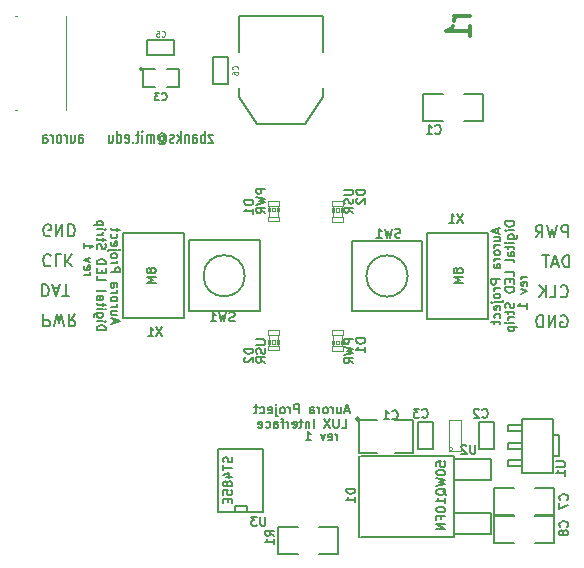
<source format=gbo>
G04 (created by PCBNEW (2013-jul-07)-stable) date Thu 09 Jan 2014 05:47:14 AM EST*
%MOIN*%
G04 Gerber Fmt 3.4, Leading zero omitted, Abs format*
%FSLAX34Y34*%
G01*
G70*
G90*
G04 APERTURE LIST*
%ADD10C,0.00590551*%
%ADD11C,0.00511811*%
%ADD12C,0.00787402*%
%ADD13C,0.0075*%
%ADD14C,0.012*%
%ADD15C,0.005*%
%ADD16C,0.0031*%
%ADD17C,0.0026*%
%ADD18C,0.004*%
%ADD19C,0.0039*%
%ADD20C,0.008*%
%ADD21C,0.0045*%
G04 APERTURE END LIST*
G54D10*
G54D11*
X69042Y-59382D02*
X69042Y-59182D01*
X69042Y-59239D02*
X69028Y-59210D01*
X69014Y-59196D01*
X68985Y-59182D01*
X68956Y-59182D01*
X68742Y-59367D02*
X68771Y-59382D01*
X68828Y-59382D01*
X68856Y-59367D01*
X68871Y-59339D01*
X68871Y-59224D01*
X68856Y-59196D01*
X68828Y-59182D01*
X68771Y-59182D01*
X68742Y-59196D01*
X68728Y-59224D01*
X68728Y-59253D01*
X68871Y-59282D01*
X68628Y-59182D02*
X68556Y-59382D01*
X68485Y-59182D01*
X67985Y-59382D02*
X68156Y-59382D01*
X68071Y-59382D02*
X68071Y-59082D01*
X68099Y-59124D01*
X68128Y-59153D01*
X68156Y-59167D01*
X69442Y-58396D02*
X69299Y-58396D01*
X69471Y-58482D02*
X69371Y-58182D01*
X69271Y-58482D01*
X69042Y-58282D02*
X69042Y-58482D01*
X69171Y-58282D02*
X69171Y-58439D01*
X69156Y-58467D01*
X69128Y-58482D01*
X69085Y-58482D01*
X69056Y-58467D01*
X69042Y-58453D01*
X68899Y-58482D02*
X68899Y-58282D01*
X68899Y-58339D02*
X68885Y-58310D01*
X68871Y-58296D01*
X68842Y-58282D01*
X68814Y-58282D01*
X68671Y-58482D02*
X68699Y-58467D01*
X68714Y-58453D01*
X68728Y-58424D01*
X68728Y-58339D01*
X68714Y-58310D01*
X68699Y-58296D01*
X68671Y-58282D01*
X68628Y-58282D01*
X68599Y-58296D01*
X68585Y-58310D01*
X68571Y-58339D01*
X68571Y-58424D01*
X68585Y-58453D01*
X68599Y-58467D01*
X68628Y-58482D01*
X68671Y-58482D01*
X68442Y-58482D02*
X68442Y-58282D01*
X68442Y-58339D02*
X68428Y-58310D01*
X68414Y-58296D01*
X68385Y-58282D01*
X68356Y-58282D01*
X68128Y-58482D02*
X68128Y-58324D01*
X68142Y-58296D01*
X68171Y-58282D01*
X68228Y-58282D01*
X68256Y-58296D01*
X68128Y-58467D02*
X68156Y-58482D01*
X68228Y-58482D01*
X68256Y-58467D01*
X68271Y-58439D01*
X68271Y-58410D01*
X68256Y-58382D01*
X68228Y-58367D01*
X68156Y-58367D01*
X68128Y-58353D01*
X67756Y-58482D02*
X67756Y-58182D01*
X67642Y-58182D01*
X67614Y-58196D01*
X67599Y-58210D01*
X67585Y-58239D01*
X67585Y-58282D01*
X67599Y-58310D01*
X67614Y-58324D01*
X67642Y-58339D01*
X67756Y-58339D01*
X67456Y-58482D02*
X67456Y-58282D01*
X67456Y-58339D02*
X67442Y-58310D01*
X67428Y-58296D01*
X67399Y-58282D01*
X67371Y-58282D01*
X67228Y-58482D02*
X67256Y-58467D01*
X67271Y-58453D01*
X67285Y-58424D01*
X67285Y-58339D01*
X67271Y-58310D01*
X67256Y-58296D01*
X67228Y-58282D01*
X67185Y-58282D01*
X67156Y-58296D01*
X67142Y-58310D01*
X67128Y-58339D01*
X67128Y-58424D01*
X67142Y-58453D01*
X67156Y-58467D01*
X67185Y-58482D01*
X67228Y-58482D01*
X66999Y-58282D02*
X66999Y-58539D01*
X67014Y-58567D01*
X67042Y-58582D01*
X67056Y-58582D01*
X66999Y-58182D02*
X67014Y-58196D01*
X66999Y-58210D01*
X66985Y-58196D01*
X66999Y-58182D01*
X66999Y-58210D01*
X66742Y-58467D02*
X66771Y-58482D01*
X66828Y-58482D01*
X66856Y-58467D01*
X66871Y-58439D01*
X66871Y-58324D01*
X66856Y-58296D01*
X66828Y-58282D01*
X66771Y-58282D01*
X66742Y-58296D01*
X66728Y-58324D01*
X66728Y-58353D01*
X66871Y-58382D01*
X66471Y-58467D02*
X66499Y-58482D01*
X66556Y-58482D01*
X66585Y-58467D01*
X66599Y-58453D01*
X66614Y-58424D01*
X66614Y-58339D01*
X66599Y-58310D01*
X66585Y-58296D01*
X66556Y-58282D01*
X66499Y-58282D01*
X66471Y-58296D01*
X66385Y-58282D02*
X66271Y-58282D01*
X66342Y-58182D02*
X66342Y-58439D01*
X66328Y-58467D01*
X66299Y-58482D01*
X66271Y-58482D01*
X69185Y-58953D02*
X69328Y-58953D01*
X69328Y-58653D01*
X69085Y-58653D02*
X69085Y-58896D01*
X69071Y-58924D01*
X69056Y-58938D01*
X69028Y-58953D01*
X68971Y-58953D01*
X68942Y-58938D01*
X68928Y-58924D01*
X68914Y-58896D01*
X68914Y-58653D01*
X68799Y-58653D02*
X68599Y-58953D01*
X68599Y-58653D02*
X68799Y-58953D01*
X68256Y-58953D02*
X68256Y-58653D01*
X68114Y-58753D02*
X68114Y-58953D01*
X68114Y-58781D02*
X68099Y-58767D01*
X68071Y-58753D01*
X68028Y-58753D01*
X67999Y-58767D01*
X67985Y-58796D01*
X67985Y-58953D01*
X67885Y-58753D02*
X67771Y-58753D01*
X67842Y-58653D02*
X67842Y-58910D01*
X67828Y-58938D01*
X67799Y-58953D01*
X67771Y-58953D01*
X67556Y-58938D02*
X67585Y-58953D01*
X67642Y-58953D01*
X67671Y-58938D01*
X67685Y-58910D01*
X67685Y-58796D01*
X67671Y-58767D01*
X67642Y-58753D01*
X67585Y-58753D01*
X67556Y-58767D01*
X67542Y-58796D01*
X67542Y-58824D01*
X67685Y-58853D01*
X67414Y-58953D02*
X67414Y-58753D01*
X67414Y-58810D02*
X67399Y-58781D01*
X67385Y-58767D01*
X67356Y-58753D01*
X67328Y-58753D01*
X67271Y-58753D02*
X67156Y-58753D01*
X67228Y-58953D02*
X67228Y-58696D01*
X67214Y-58667D01*
X67185Y-58653D01*
X67156Y-58653D01*
X66928Y-58953D02*
X66928Y-58796D01*
X66942Y-58767D01*
X66971Y-58753D01*
X67028Y-58753D01*
X67056Y-58767D01*
X66928Y-58938D02*
X66956Y-58953D01*
X67028Y-58953D01*
X67056Y-58938D01*
X67071Y-58910D01*
X67071Y-58881D01*
X67056Y-58853D01*
X67028Y-58838D01*
X66956Y-58838D01*
X66928Y-58824D01*
X66656Y-58938D02*
X66685Y-58953D01*
X66742Y-58953D01*
X66771Y-58938D01*
X66785Y-58924D01*
X66799Y-58896D01*
X66799Y-58810D01*
X66785Y-58781D01*
X66771Y-58767D01*
X66742Y-58753D01*
X66685Y-58753D01*
X66656Y-58767D01*
X66414Y-58938D02*
X66442Y-58953D01*
X66499Y-58953D01*
X66528Y-58938D01*
X66542Y-58910D01*
X66542Y-58796D01*
X66528Y-58767D01*
X66499Y-58753D01*
X66442Y-58753D01*
X66414Y-58767D01*
X66399Y-58796D01*
X66399Y-58824D01*
X66542Y-58853D01*
X75371Y-53931D02*
X75171Y-53931D01*
X75228Y-53931D02*
X75200Y-53946D01*
X75185Y-53960D01*
X75171Y-53988D01*
X75171Y-54017D01*
X75357Y-54231D02*
X75371Y-54203D01*
X75371Y-54146D01*
X75357Y-54117D01*
X75328Y-54103D01*
X75214Y-54103D01*
X75185Y-54117D01*
X75171Y-54146D01*
X75171Y-54203D01*
X75185Y-54231D01*
X75214Y-54246D01*
X75242Y-54246D01*
X75271Y-54103D01*
X75171Y-54346D02*
X75371Y-54417D01*
X75171Y-54488D01*
X75371Y-54988D02*
X75371Y-54817D01*
X75371Y-54903D02*
X75071Y-54903D01*
X75114Y-54874D01*
X75142Y-54846D01*
X75157Y-54817D01*
X74385Y-52331D02*
X74385Y-52474D01*
X74471Y-52303D02*
X74171Y-52403D01*
X74471Y-52503D01*
X74271Y-52731D02*
X74471Y-52731D01*
X74271Y-52603D02*
X74428Y-52603D01*
X74457Y-52617D01*
X74471Y-52646D01*
X74471Y-52688D01*
X74457Y-52717D01*
X74442Y-52731D01*
X74471Y-52874D02*
X74271Y-52874D01*
X74328Y-52874D02*
X74300Y-52888D01*
X74285Y-52903D01*
X74271Y-52931D01*
X74271Y-52960D01*
X74471Y-53103D02*
X74457Y-53074D01*
X74442Y-53060D01*
X74414Y-53046D01*
X74328Y-53046D01*
X74300Y-53060D01*
X74285Y-53074D01*
X74271Y-53103D01*
X74271Y-53146D01*
X74285Y-53174D01*
X74300Y-53188D01*
X74328Y-53203D01*
X74414Y-53203D01*
X74442Y-53188D01*
X74457Y-53174D01*
X74471Y-53146D01*
X74471Y-53103D01*
X74471Y-53331D02*
X74271Y-53331D01*
X74328Y-53331D02*
X74300Y-53346D01*
X74285Y-53360D01*
X74271Y-53388D01*
X74271Y-53417D01*
X74471Y-53646D02*
X74314Y-53646D01*
X74285Y-53631D01*
X74271Y-53603D01*
X74271Y-53546D01*
X74285Y-53517D01*
X74457Y-53646D02*
X74471Y-53617D01*
X74471Y-53546D01*
X74457Y-53517D01*
X74428Y-53503D01*
X74400Y-53503D01*
X74371Y-53517D01*
X74357Y-53546D01*
X74357Y-53617D01*
X74342Y-53646D01*
X74471Y-54017D02*
X74171Y-54017D01*
X74171Y-54131D01*
X74185Y-54160D01*
X74200Y-54174D01*
X74228Y-54188D01*
X74271Y-54188D01*
X74300Y-54174D01*
X74314Y-54160D01*
X74328Y-54131D01*
X74328Y-54017D01*
X74471Y-54317D02*
X74271Y-54317D01*
X74328Y-54317D02*
X74300Y-54331D01*
X74285Y-54346D01*
X74271Y-54374D01*
X74271Y-54403D01*
X74471Y-54546D02*
X74457Y-54517D01*
X74442Y-54503D01*
X74414Y-54488D01*
X74328Y-54488D01*
X74300Y-54503D01*
X74285Y-54517D01*
X74271Y-54546D01*
X74271Y-54588D01*
X74285Y-54617D01*
X74300Y-54631D01*
X74328Y-54646D01*
X74414Y-54646D01*
X74442Y-54631D01*
X74457Y-54617D01*
X74471Y-54588D01*
X74471Y-54546D01*
X74271Y-54774D02*
X74528Y-54774D01*
X74557Y-54760D01*
X74571Y-54731D01*
X74571Y-54717D01*
X74171Y-54774D02*
X74185Y-54760D01*
X74200Y-54774D01*
X74185Y-54788D01*
X74171Y-54774D01*
X74200Y-54774D01*
X74457Y-55031D02*
X74471Y-55003D01*
X74471Y-54946D01*
X74457Y-54917D01*
X74428Y-54903D01*
X74314Y-54903D01*
X74285Y-54917D01*
X74271Y-54946D01*
X74271Y-55003D01*
X74285Y-55031D01*
X74314Y-55046D01*
X74342Y-55046D01*
X74371Y-54903D01*
X74457Y-55303D02*
X74471Y-55274D01*
X74471Y-55217D01*
X74457Y-55188D01*
X74442Y-55174D01*
X74414Y-55160D01*
X74328Y-55160D01*
X74300Y-55174D01*
X74285Y-55188D01*
X74271Y-55217D01*
X74271Y-55274D01*
X74285Y-55303D01*
X74271Y-55388D02*
X74271Y-55503D01*
X74171Y-55431D02*
X74428Y-55431D01*
X74457Y-55446D01*
X74471Y-55474D01*
X74471Y-55503D01*
X74942Y-52081D02*
X74642Y-52081D01*
X74642Y-52153D01*
X74656Y-52196D01*
X74685Y-52224D01*
X74714Y-52238D01*
X74771Y-52253D01*
X74814Y-52253D01*
X74871Y-52238D01*
X74899Y-52224D01*
X74928Y-52196D01*
X74942Y-52153D01*
X74942Y-52081D01*
X74942Y-52381D02*
X74742Y-52381D01*
X74642Y-52381D02*
X74656Y-52367D01*
X74671Y-52381D01*
X74656Y-52396D01*
X74642Y-52381D01*
X74671Y-52381D01*
X74742Y-52653D02*
X74985Y-52653D01*
X75014Y-52638D01*
X75028Y-52624D01*
X75042Y-52596D01*
X75042Y-52553D01*
X75028Y-52524D01*
X74928Y-52653D02*
X74942Y-52624D01*
X74942Y-52567D01*
X74928Y-52538D01*
X74914Y-52524D01*
X74885Y-52510D01*
X74799Y-52510D01*
X74771Y-52524D01*
X74756Y-52538D01*
X74742Y-52567D01*
X74742Y-52624D01*
X74756Y-52653D01*
X74942Y-52796D02*
X74742Y-52796D01*
X74642Y-52796D02*
X74656Y-52781D01*
X74671Y-52796D01*
X74656Y-52810D01*
X74642Y-52796D01*
X74671Y-52796D01*
X74742Y-52896D02*
X74742Y-53010D01*
X74642Y-52938D02*
X74899Y-52938D01*
X74928Y-52953D01*
X74942Y-52981D01*
X74942Y-53010D01*
X74942Y-53238D02*
X74785Y-53238D01*
X74756Y-53224D01*
X74742Y-53196D01*
X74742Y-53138D01*
X74756Y-53110D01*
X74928Y-53238D02*
X74942Y-53210D01*
X74942Y-53138D01*
X74928Y-53110D01*
X74899Y-53096D01*
X74871Y-53096D01*
X74842Y-53110D01*
X74828Y-53138D01*
X74828Y-53210D01*
X74814Y-53238D01*
X74942Y-53424D02*
X74928Y-53396D01*
X74899Y-53381D01*
X74642Y-53381D01*
X74942Y-53910D02*
X74942Y-53767D01*
X74642Y-53767D01*
X74785Y-54010D02*
X74785Y-54110D01*
X74942Y-54153D02*
X74942Y-54010D01*
X74642Y-54010D01*
X74642Y-54153D01*
X74942Y-54281D02*
X74642Y-54281D01*
X74642Y-54353D01*
X74656Y-54396D01*
X74685Y-54424D01*
X74714Y-54438D01*
X74771Y-54453D01*
X74814Y-54453D01*
X74871Y-54438D01*
X74899Y-54424D01*
X74928Y-54396D01*
X74942Y-54353D01*
X74942Y-54281D01*
X74928Y-54796D02*
X74942Y-54838D01*
X74942Y-54910D01*
X74928Y-54938D01*
X74914Y-54953D01*
X74885Y-54967D01*
X74856Y-54967D01*
X74828Y-54953D01*
X74814Y-54938D01*
X74799Y-54910D01*
X74785Y-54853D01*
X74771Y-54824D01*
X74756Y-54810D01*
X74728Y-54796D01*
X74699Y-54796D01*
X74671Y-54810D01*
X74656Y-54824D01*
X74642Y-54853D01*
X74642Y-54924D01*
X74656Y-54967D01*
X74742Y-55053D02*
X74742Y-55167D01*
X74642Y-55096D02*
X74899Y-55096D01*
X74928Y-55110D01*
X74942Y-55138D01*
X74942Y-55167D01*
X74942Y-55267D02*
X74742Y-55267D01*
X74799Y-55267D02*
X74771Y-55281D01*
X74756Y-55296D01*
X74742Y-55324D01*
X74742Y-55353D01*
X74942Y-55453D02*
X74742Y-55453D01*
X74642Y-55453D02*
X74656Y-55438D01*
X74671Y-55453D01*
X74656Y-55467D01*
X74642Y-55453D01*
X74671Y-55453D01*
X74742Y-55596D02*
X75042Y-55596D01*
X74756Y-55596D02*
X74742Y-55624D01*
X74742Y-55681D01*
X74756Y-55710D01*
X74771Y-55724D01*
X74799Y-55738D01*
X74885Y-55738D01*
X74914Y-55724D01*
X74928Y-55710D01*
X74942Y-55681D01*
X74942Y-55624D01*
X74928Y-55596D01*
G54D12*
X76484Y-54575D02*
X76503Y-54593D01*
X76559Y-54612D01*
X76596Y-54612D01*
X76653Y-54593D01*
X76690Y-54556D01*
X76709Y-54518D01*
X76728Y-54443D01*
X76728Y-54387D01*
X76709Y-54312D01*
X76690Y-54275D01*
X76653Y-54237D01*
X76596Y-54218D01*
X76559Y-54218D01*
X76503Y-54237D01*
X76484Y-54256D01*
X76128Y-54612D02*
X76315Y-54612D01*
X76315Y-54218D01*
X75996Y-54612D02*
X75996Y-54218D01*
X75771Y-54612D02*
X75940Y-54387D01*
X75771Y-54218D02*
X75996Y-54443D01*
X76771Y-53612D02*
X76771Y-53218D01*
X76678Y-53218D01*
X76621Y-53237D01*
X76584Y-53275D01*
X76565Y-53312D01*
X76546Y-53387D01*
X76546Y-53443D01*
X76565Y-53518D01*
X76584Y-53556D01*
X76621Y-53593D01*
X76678Y-53612D01*
X76771Y-53612D01*
X76396Y-53500D02*
X76209Y-53500D01*
X76434Y-53612D02*
X76303Y-53218D01*
X76171Y-53612D01*
X76096Y-53218D02*
X75871Y-53218D01*
X75984Y-53612D02*
X75984Y-53218D01*
X76499Y-55237D02*
X76537Y-55218D01*
X76593Y-55218D01*
X76649Y-55237D01*
X76687Y-55275D01*
X76706Y-55312D01*
X76724Y-55387D01*
X76724Y-55443D01*
X76706Y-55518D01*
X76687Y-55556D01*
X76649Y-55593D01*
X76593Y-55612D01*
X76556Y-55612D01*
X76499Y-55593D01*
X76481Y-55575D01*
X76481Y-55443D01*
X76556Y-55443D01*
X76312Y-55612D02*
X76312Y-55218D01*
X76087Y-55612D01*
X76087Y-55218D01*
X75900Y-55612D02*
X75900Y-55218D01*
X75806Y-55218D01*
X75750Y-55237D01*
X75712Y-55275D01*
X75693Y-55312D01*
X75675Y-55387D01*
X75675Y-55443D01*
X75693Y-55518D01*
X75712Y-55556D01*
X75750Y-55593D01*
X75806Y-55612D01*
X75900Y-55612D01*
X76724Y-52612D02*
X76724Y-52218D01*
X76574Y-52218D01*
X76537Y-52237D01*
X76518Y-52256D01*
X76499Y-52293D01*
X76499Y-52350D01*
X76518Y-52387D01*
X76537Y-52406D01*
X76574Y-52425D01*
X76724Y-52425D01*
X76368Y-52218D02*
X76274Y-52612D01*
X76199Y-52331D01*
X76125Y-52612D01*
X76031Y-52218D01*
X75656Y-52612D02*
X75787Y-52425D01*
X75881Y-52612D02*
X75881Y-52218D01*
X75731Y-52218D01*
X75693Y-52237D01*
X75675Y-52256D01*
X75656Y-52293D01*
X75656Y-52350D01*
X75675Y-52387D01*
X75693Y-52406D01*
X75731Y-52425D01*
X75881Y-52425D01*
G54D11*
X60599Y-53866D02*
X60799Y-53866D01*
X60741Y-53866D02*
X60770Y-53852D01*
X60784Y-53838D01*
X60799Y-53809D01*
X60799Y-53780D01*
X60613Y-53566D02*
X60599Y-53595D01*
X60599Y-53652D01*
X60613Y-53680D01*
X60641Y-53695D01*
X60756Y-53695D01*
X60784Y-53680D01*
X60799Y-53652D01*
X60799Y-53595D01*
X60784Y-53566D01*
X60756Y-53552D01*
X60727Y-53552D01*
X60699Y-53695D01*
X60799Y-53452D02*
X60599Y-53380D01*
X60799Y-53309D01*
X60599Y-52809D02*
X60599Y-52980D01*
X60599Y-52895D02*
X60899Y-52895D01*
X60856Y-52923D01*
X60827Y-52952D01*
X60813Y-52980D01*
X61584Y-55466D02*
X61584Y-55323D01*
X61499Y-55495D02*
X61799Y-55395D01*
X61499Y-55295D01*
X61699Y-55066D02*
X61499Y-55066D01*
X61699Y-55195D02*
X61541Y-55195D01*
X61513Y-55180D01*
X61499Y-55152D01*
X61499Y-55109D01*
X61513Y-55080D01*
X61527Y-55066D01*
X61499Y-54923D02*
X61699Y-54923D01*
X61641Y-54923D02*
X61670Y-54909D01*
X61684Y-54895D01*
X61699Y-54866D01*
X61699Y-54838D01*
X61499Y-54695D02*
X61513Y-54723D01*
X61527Y-54738D01*
X61556Y-54752D01*
X61641Y-54752D01*
X61670Y-54738D01*
X61684Y-54723D01*
X61699Y-54695D01*
X61699Y-54652D01*
X61684Y-54623D01*
X61670Y-54609D01*
X61641Y-54595D01*
X61556Y-54595D01*
X61527Y-54609D01*
X61513Y-54623D01*
X61499Y-54652D01*
X61499Y-54695D01*
X61499Y-54466D02*
X61699Y-54466D01*
X61641Y-54466D02*
X61670Y-54452D01*
X61684Y-54438D01*
X61699Y-54409D01*
X61699Y-54380D01*
X61499Y-54152D02*
X61656Y-54152D01*
X61684Y-54166D01*
X61699Y-54195D01*
X61699Y-54252D01*
X61684Y-54280D01*
X61513Y-54152D02*
X61499Y-54180D01*
X61499Y-54252D01*
X61513Y-54280D01*
X61541Y-54295D01*
X61570Y-54295D01*
X61599Y-54280D01*
X61613Y-54252D01*
X61613Y-54180D01*
X61627Y-54152D01*
X61499Y-53780D02*
X61799Y-53780D01*
X61799Y-53666D01*
X61784Y-53638D01*
X61770Y-53623D01*
X61741Y-53609D01*
X61699Y-53609D01*
X61670Y-53623D01*
X61656Y-53638D01*
X61641Y-53666D01*
X61641Y-53780D01*
X61499Y-53480D02*
X61699Y-53480D01*
X61641Y-53480D02*
X61670Y-53466D01*
X61684Y-53452D01*
X61699Y-53423D01*
X61699Y-53395D01*
X61499Y-53252D02*
X61513Y-53280D01*
X61527Y-53295D01*
X61556Y-53309D01*
X61641Y-53309D01*
X61670Y-53295D01*
X61684Y-53280D01*
X61699Y-53252D01*
X61699Y-53209D01*
X61684Y-53180D01*
X61670Y-53166D01*
X61641Y-53152D01*
X61556Y-53152D01*
X61527Y-53166D01*
X61513Y-53180D01*
X61499Y-53209D01*
X61499Y-53252D01*
X61699Y-53023D02*
X61441Y-53023D01*
X61413Y-53038D01*
X61399Y-53066D01*
X61399Y-53080D01*
X61799Y-53023D02*
X61784Y-53038D01*
X61770Y-53023D01*
X61784Y-53009D01*
X61799Y-53023D01*
X61770Y-53023D01*
X61513Y-52766D02*
X61499Y-52795D01*
X61499Y-52852D01*
X61513Y-52880D01*
X61541Y-52895D01*
X61656Y-52895D01*
X61684Y-52880D01*
X61699Y-52852D01*
X61699Y-52795D01*
X61684Y-52766D01*
X61656Y-52752D01*
X61627Y-52752D01*
X61599Y-52895D01*
X61513Y-52495D02*
X61499Y-52523D01*
X61499Y-52580D01*
X61513Y-52609D01*
X61527Y-52623D01*
X61556Y-52638D01*
X61641Y-52638D01*
X61670Y-52623D01*
X61684Y-52609D01*
X61699Y-52580D01*
X61699Y-52523D01*
X61684Y-52495D01*
X61699Y-52409D02*
X61699Y-52295D01*
X61799Y-52366D02*
X61541Y-52366D01*
X61513Y-52352D01*
X61499Y-52323D01*
X61499Y-52295D01*
X61027Y-55716D02*
X61327Y-55716D01*
X61327Y-55645D01*
X61313Y-55602D01*
X61285Y-55573D01*
X61256Y-55559D01*
X61199Y-55545D01*
X61156Y-55545D01*
X61099Y-55559D01*
X61070Y-55573D01*
X61042Y-55602D01*
X61027Y-55645D01*
X61027Y-55716D01*
X61027Y-55416D02*
X61227Y-55416D01*
X61327Y-55416D02*
X61313Y-55430D01*
X61299Y-55416D01*
X61313Y-55402D01*
X61327Y-55416D01*
X61299Y-55416D01*
X61227Y-55145D02*
X60985Y-55145D01*
X60956Y-55159D01*
X60942Y-55173D01*
X60927Y-55202D01*
X60927Y-55245D01*
X60942Y-55273D01*
X61042Y-55145D02*
X61027Y-55173D01*
X61027Y-55230D01*
X61042Y-55259D01*
X61056Y-55273D01*
X61085Y-55288D01*
X61170Y-55288D01*
X61199Y-55273D01*
X61213Y-55259D01*
X61227Y-55230D01*
X61227Y-55173D01*
X61213Y-55145D01*
X61027Y-55002D02*
X61227Y-55002D01*
X61327Y-55002D02*
X61313Y-55016D01*
X61299Y-55002D01*
X61313Y-54988D01*
X61327Y-55002D01*
X61299Y-55002D01*
X61227Y-54902D02*
X61227Y-54788D01*
X61327Y-54859D02*
X61070Y-54859D01*
X61042Y-54845D01*
X61027Y-54816D01*
X61027Y-54788D01*
X61027Y-54559D02*
X61185Y-54559D01*
X61213Y-54573D01*
X61227Y-54602D01*
X61227Y-54659D01*
X61213Y-54688D01*
X61042Y-54559D02*
X61027Y-54588D01*
X61027Y-54659D01*
X61042Y-54688D01*
X61070Y-54702D01*
X61099Y-54702D01*
X61127Y-54688D01*
X61142Y-54659D01*
X61142Y-54588D01*
X61156Y-54559D01*
X61027Y-54373D02*
X61042Y-54402D01*
X61070Y-54416D01*
X61327Y-54416D01*
X61027Y-53888D02*
X61027Y-54030D01*
X61327Y-54030D01*
X61185Y-53788D02*
X61185Y-53688D01*
X61027Y-53645D02*
X61027Y-53788D01*
X61327Y-53788D01*
X61327Y-53645D01*
X61027Y-53516D02*
X61327Y-53516D01*
X61327Y-53445D01*
X61313Y-53402D01*
X61285Y-53373D01*
X61256Y-53359D01*
X61199Y-53345D01*
X61156Y-53345D01*
X61099Y-53359D01*
X61070Y-53373D01*
X61042Y-53402D01*
X61027Y-53445D01*
X61027Y-53516D01*
X61042Y-53002D02*
X61027Y-52959D01*
X61027Y-52888D01*
X61042Y-52859D01*
X61056Y-52845D01*
X61085Y-52830D01*
X61113Y-52830D01*
X61142Y-52845D01*
X61156Y-52859D01*
X61170Y-52888D01*
X61185Y-52945D01*
X61199Y-52973D01*
X61213Y-52988D01*
X61242Y-53002D01*
X61270Y-53002D01*
X61299Y-52988D01*
X61313Y-52973D01*
X61327Y-52945D01*
X61327Y-52873D01*
X61313Y-52830D01*
X61227Y-52745D02*
X61227Y-52630D01*
X61327Y-52702D02*
X61070Y-52702D01*
X61042Y-52688D01*
X61027Y-52659D01*
X61027Y-52630D01*
X61027Y-52530D02*
X61227Y-52530D01*
X61170Y-52530D02*
X61199Y-52516D01*
X61213Y-52502D01*
X61227Y-52473D01*
X61227Y-52445D01*
X61027Y-52345D02*
X61227Y-52345D01*
X61327Y-52345D02*
X61313Y-52359D01*
X61299Y-52345D01*
X61313Y-52330D01*
X61327Y-52345D01*
X61299Y-52345D01*
X61227Y-52202D02*
X60927Y-52202D01*
X61213Y-52202D02*
X61227Y-52173D01*
X61227Y-52116D01*
X61213Y-52088D01*
X61199Y-52073D01*
X61170Y-52059D01*
X61085Y-52059D01*
X61056Y-52073D01*
X61042Y-52088D01*
X61027Y-52116D01*
X61027Y-52173D01*
X61042Y-52202D01*
G54D12*
X59486Y-53223D02*
X59467Y-53204D01*
X59411Y-53185D01*
X59373Y-53185D01*
X59317Y-53204D01*
X59279Y-53242D01*
X59261Y-53279D01*
X59242Y-53354D01*
X59242Y-53410D01*
X59261Y-53485D01*
X59279Y-53523D01*
X59317Y-53560D01*
X59373Y-53579D01*
X59411Y-53579D01*
X59467Y-53560D01*
X59486Y-53542D01*
X59842Y-53185D02*
X59654Y-53185D01*
X59654Y-53579D01*
X59973Y-53185D02*
X59973Y-53579D01*
X60198Y-53185D02*
X60029Y-53410D01*
X60198Y-53579D02*
X59973Y-53354D01*
X59198Y-54185D02*
X59198Y-54579D01*
X59292Y-54579D01*
X59348Y-54560D01*
X59386Y-54523D01*
X59404Y-54485D01*
X59423Y-54410D01*
X59423Y-54354D01*
X59404Y-54279D01*
X59386Y-54242D01*
X59348Y-54204D01*
X59292Y-54185D01*
X59198Y-54185D01*
X59573Y-54298D02*
X59761Y-54298D01*
X59536Y-54185D02*
X59667Y-54579D01*
X59798Y-54185D01*
X59873Y-54579D02*
X60098Y-54579D01*
X59986Y-54185D02*
X59986Y-54579D01*
X59470Y-52560D02*
X59433Y-52579D01*
X59376Y-52579D01*
X59320Y-52560D01*
X59283Y-52523D01*
X59264Y-52485D01*
X59245Y-52410D01*
X59245Y-52354D01*
X59264Y-52279D01*
X59283Y-52242D01*
X59320Y-52204D01*
X59376Y-52185D01*
X59414Y-52185D01*
X59470Y-52204D01*
X59489Y-52223D01*
X59489Y-52354D01*
X59414Y-52354D01*
X59657Y-52185D02*
X59657Y-52579D01*
X59882Y-52185D01*
X59882Y-52579D01*
X60070Y-52185D02*
X60070Y-52579D01*
X60164Y-52579D01*
X60220Y-52560D01*
X60257Y-52523D01*
X60276Y-52485D01*
X60295Y-52410D01*
X60295Y-52354D01*
X60276Y-52279D01*
X60257Y-52242D01*
X60220Y-52204D01*
X60164Y-52185D01*
X60070Y-52185D01*
X59245Y-55185D02*
X59245Y-55579D01*
X59395Y-55579D01*
X59433Y-55560D01*
X59451Y-55542D01*
X59470Y-55504D01*
X59470Y-55448D01*
X59451Y-55410D01*
X59433Y-55392D01*
X59395Y-55373D01*
X59245Y-55373D01*
X59601Y-55579D02*
X59695Y-55185D01*
X59770Y-55467D01*
X59845Y-55185D01*
X59939Y-55579D01*
X60314Y-55185D02*
X60182Y-55373D01*
X60089Y-55185D02*
X60089Y-55579D01*
X60239Y-55579D01*
X60276Y-55560D01*
X60295Y-55542D01*
X60314Y-55504D01*
X60314Y-55448D01*
X60295Y-55410D01*
X60276Y-55392D01*
X60239Y-55373D01*
X60089Y-55373D01*
G54D13*
X60434Y-49460D02*
X60434Y-49251D01*
X60449Y-49213D01*
X60477Y-49194D01*
X60534Y-49194D01*
X60563Y-49213D01*
X60434Y-49441D02*
X60463Y-49460D01*
X60534Y-49460D01*
X60563Y-49441D01*
X60577Y-49403D01*
X60577Y-49365D01*
X60563Y-49327D01*
X60534Y-49308D01*
X60463Y-49308D01*
X60434Y-49289D01*
X60163Y-49194D02*
X60163Y-49460D01*
X60292Y-49194D02*
X60292Y-49403D01*
X60277Y-49441D01*
X60249Y-49460D01*
X60206Y-49460D01*
X60177Y-49441D01*
X60163Y-49422D01*
X60020Y-49460D02*
X60020Y-49194D01*
X60020Y-49270D02*
X60006Y-49232D01*
X59992Y-49213D01*
X59963Y-49194D01*
X59934Y-49194D01*
X59792Y-49460D02*
X59820Y-49441D01*
X59834Y-49422D01*
X59849Y-49384D01*
X59849Y-49270D01*
X59834Y-49232D01*
X59820Y-49213D01*
X59792Y-49194D01*
X59749Y-49194D01*
X59720Y-49213D01*
X59706Y-49232D01*
X59692Y-49270D01*
X59692Y-49384D01*
X59706Y-49422D01*
X59720Y-49441D01*
X59749Y-49460D01*
X59792Y-49460D01*
X59563Y-49460D02*
X59563Y-49194D01*
X59563Y-49270D02*
X59549Y-49232D01*
X59534Y-49213D01*
X59506Y-49194D01*
X59477Y-49194D01*
X59249Y-49460D02*
X59249Y-49251D01*
X59263Y-49213D01*
X59292Y-49194D01*
X59349Y-49194D01*
X59377Y-49213D01*
X59249Y-49441D02*
X59277Y-49460D01*
X59349Y-49460D01*
X59377Y-49441D01*
X59392Y-49403D01*
X59392Y-49365D01*
X59377Y-49327D01*
X59349Y-49308D01*
X59277Y-49308D01*
X59249Y-49289D01*
G54D14*
X73480Y-45220D02*
X72946Y-45220D01*
X73099Y-45220D02*
X73022Y-45248D01*
X72984Y-45277D01*
X72946Y-45334D01*
X72946Y-45391D01*
X73480Y-45905D02*
X73480Y-45563D01*
X73480Y-45734D02*
X72680Y-45734D01*
X72794Y-45677D01*
X72870Y-45620D01*
X72908Y-45563D01*
G54D13*
X64906Y-49194D02*
X64749Y-49194D01*
X64906Y-49460D01*
X64749Y-49460D01*
X64634Y-49460D02*
X64634Y-49060D01*
X64634Y-49213D02*
X64606Y-49194D01*
X64549Y-49194D01*
X64520Y-49213D01*
X64506Y-49232D01*
X64492Y-49270D01*
X64492Y-49384D01*
X64506Y-49422D01*
X64520Y-49441D01*
X64549Y-49460D01*
X64606Y-49460D01*
X64634Y-49441D01*
X64234Y-49460D02*
X64234Y-49251D01*
X64249Y-49213D01*
X64277Y-49194D01*
X64334Y-49194D01*
X64363Y-49213D01*
X64234Y-49441D02*
X64263Y-49460D01*
X64334Y-49460D01*
X64363Y-49441D01*
X64377Y-49403D01*
X64377Y-49365D01*
X64363Y-49327D01*
X64334Y-49308D01*
X64263Y-49308D01*
X64234Y-49289D01*
X64092Y-49194D02*
X64092Y-49460D01*
X64092Y-49232D02*
X64077Y-49213D01*
X64049Y-49194D01*
X64006Y-49194D01*
X63977Y-49213D01*
X63963Y-49251D01*
X63963Y-49460D01*
X63820Y-49460D02*
X63820Y-49060D01*
X63792Y-49308D02*
X63706Y-49460D01*
X63706Y-49194D02*
X63820Y-49346D01*
X63592Y-49441D02*
X63563Y-49460D01*
X63506Y-49460D01*
X63477Y-49441D01*
X63463Y-49403D01*
X63463Y-49384D01*
X63477Y-49346D01*
X63506Y-49327D01*
X63549Y-49327D01*
X63577Y-49308D01*
X63592Y-49270D01*
X63592Y-49251D01*
X63577Y-49213D01*
X63549Y-49194D01*
X63506Y-49194D01*
X63477Y-49213D01*
X63149Y-49270D02*
X63163Y-49251D01*
X63192Y-49232D01*
X63220Y-49232D01*
X63249Y-49251D01*
X63263Y-49270D01*
X63277Y-49308D01*
X63277Y-49346D01*
X63263Y-49384D01*
X63249Y-49403D01*
X63220Y-49422D01*
X63192Y-49422D01*
X63163Y-49403D01*
X63149Y-49384D01*
X63149Y-49232D02*
X63149Y-49384D01*
X63134Y-49403D01*
X63120Y-49403D01*
X63092Y-49384D01*
X63077Y-49346D01*
X63077Y-49251D01*
X63106Y-49194D01*
X63149Y-49155D01*
X63206Y-49136D01*
X63263Y-49155D01*
X63306Y-49194D01*
X63334Y-49251D01*
X63349Y-49327D01*
X63334Y-49403D01*
X63306Y-49460D01*
X63263Y-49498D01*
X63206Y-49517D01*
X63149Y-49498D01*
X63106Y-49460D01*
X62949Y-49460D02*
X62949Y-49194D01*
X62949Y-49232D02*
X62934Y-49213D01*
X62906Y-49194D01*
X62863Y-49194D01*
X62834Y-49213D01*
X62820Y-49251D01*
X62820Y-49460D01*
X62820Y-49251D02*
X62806Y-49213D01*
X62777Y-49194D01*
X62734Y-49194D01*
X62706Y-49213D01*
X62692Y-49251D01*
X62692Y-49460D01*
X62549Y-49460D02*
X62549Y-49194D01*
X62549Y-49060D02*
X62563Y-49079D01*
X62549Y-49098D01*
X62534Y-49079D01*
X62549Y-49060D01*
X62549Y-49098D01*
X62449Y-49194D02*
X62334Y-49194D01*
X62406Y-49060D02*
X62406Y-49403D01*
X62392Y-49441D01*
X62363Y-49460D01*
X62334Y-49460D01*
X62234Y-49422D02*
X62220Y-49441D01*
X62234Y-49460D01*
X62249Y-49441D01*
X62234Y-49422D01*
X62234Y-49460D01*
X61977Y-49441D02*
X62006Y-49460D01*
X62063Y-49460D01*
X62092Y-49441D01*
X62106Y-49403D01*
X62106Y-49251D01*
X62092Y-49213D01*
X62063Y-49194D01*
X62006Y-49194D01*
X61977Y-49213D01*
X61963Y-49251D01*
X61963Y-49289D01*
X62106Y-49327D01*
X61706Y-49460D02*
X61706Y-49060D01*
X61706Y-49441D02*
X61734Y-49460D01*
X61792Y-49460D01*
X61820Y-49441D01*
X61834Y-49422D01*
X61849Y-49384D01*
X61849Y-49270D01*
X61834Y-49232D01*
X61820Y-49213D01*
X61792Y-49194D01*
X61734Y-49194D01*
X61706Y-49213D01*
X61434Y-49194D02*
X61434Y-49460D01*
X61563Y-49194D02*
X61563Y-49403D01*
X61549Y-49441D01*
X61520Y-49460D01*
X61477Y-49460D01*
X61449Y-49441D01*
X61434Y-49422D01*
G54D15*
X72921Y-61810D02*
X74171Y-61810D01*
X74171Y-61810D02*
X74171Y-62510D01*
X74171Y-62510D02*
X72921Y-62510D01*
X72921Y-60010D02*
X74171Y-60010D01*
X74171Y-60010D02*
X74171Y-60710D01*
X74171Y-60710D02*
X72921Y-60710D01*
X70521Y-62610D02*
X72921Y-62610D01*
X72921Y-62610D02*
X72921Y-59910D01*
X72921Y-59910D02*
X69821Y-59910D01*
X69771Y-59910D02*
X69771Y-62610D01*
X69821Y-62610D02*
X70521Y-62610D01*
G54D16*
X72895Y-59673D02*
G75*
G03X72895Y-59673I-62J0D01*
G74*
G01*
X73171Y-58710D02*
X72771Y-58710D01*
X73171Y-59735D02*
X72771Y-59735D01*
X72771Y-58710D02*
X72771Y-59735D01*
X73171Y-59735D02*
X73171Y-58710D01*
G54D15*
X65121Y-61760D02*
X65071Y-61760D01*
X65071Y-61760D02*
X65071Y-59660D01*
X66571Y-59660D02*
X66571Y-61760D01*
X66571Y-61760D02*
X65121Y-61760D01*
X66021Y-61760D02*
X66021Y-61560D01*
X66021Y-61560D02*
X65621Y-61560D01*
X65621Y-61560D02*
X65621Y-61760D01*
X66571Y-59660D02*
X65071Y-59660D01*
X69791Y-58660D02*
G75*
G03X69791Y-58660I-70J0D01*
G74*
G01*
X70371Y-59810D02*
X69771Y-59810D01*
X69771Y-59810D02*
X69771Y-58710D01*
X69771Y-58710D02*
X70371Y-58710D01*
X70971Y-58710D02*
X71571Y-58710D01*
X71571Y-58710D02*
X71571Y-59810D01*
X71571Y-59810D02*
X70971Y-59810D01*
X67071Y-63160D02*
X67071Y-62260D01*
X67071Y-62260D02*
X67721Y-62260D01*
X68421Y-63160D02*
X69071Y-63160D01*
X69071Y-63160D02*
X69071Y-62260D01*
X69071Y-62260D02*
X68421Y-62260D01*
X67721Y-63160D02*
X67071Y-63160D01*
X76271Y-61910D02*
X76271Y-62810D01*
X76271Y-62810D02*
X75621Y-62810D01*
X74921Y-61910D02*
X74271Y-61910D01*
X74271Y-61910D02*
X74271Y-62810D01*
X74271Y-62810D02*
X74921Y-62810D01*
X75621Y-61910D02*
X76271Y-61910D01*
X76271Y-60960D02*
X76271Y-61860D01*
X76271Y-61860D02*
X75621Y-61860D01*
X74921Y-60960D02*
X74271Y-60960D01*
X74271Y-60960D02*
X74271Y-61860D01*
X74271Y-61860D02*
X74921Y-61860D01*
X75621Y-60960D02*
X76271Y-60960D01*
X73771Y-58760D02*
X73771Y-59660D01*
X73771Y-59660D02*
X74271Y-59660D01*
X74271Y-59660D02*
X74271Y-58760D01*
X74271Y-58760D02*
X73771Y-58760D01*
X71721Y-58760D02*
X71721Y-59660D01*
X71721Y-59660D02*
X72221Y-59660D01*
X72221Y-59660D02*
X72221Y-58760D01*
X72221Y-58760D02*
X71721Y-58760D01*
X74736Y-59070D02*
X74736Y-58870D01*
X74736Y-58870D02*
X75206Y-58870D01*
X74736Y-59070D02*
X75206Y-59070D01*
X74736Y-59660D02*
X75206Y-59660D01*
X74736Y-59460D02*
X75206Y-59460D01*
X74736Y-59660D02*
X74736Y-59460D01*
X74736Y-60250D02*
X74736Y-60050D01*
X74736Y-60050D02*
X75206Y-60050D01*
X74736Y-60250D02*
X75206Y-60250D01*
X76431Y-59915D02*
X76431Y-59205D01*
X76431Y-59205D02*
X76236Y-59205D01*
X76431Y-59915D02*
X76236Y-59915D01*
X75206Y-60465D02*
X76236Y-60465D01*
X76236Y-60465D02*
X76236Y-58655D01*
X76236Y-58655D02*
X75206Y-58655D01*
X75206Y-58655D02*
X75206Y-60465D01*
G54D10*
X69518Y-55084D02*
X71881Y-55084D01*
X71881Y-55084D02*
X71881Y-52722D01*
X71881Y-52722D02*
X69518Y-52722D01*
X69518Y-52722D02*
X69518Y-55084D01*
X71388Y-53903D02*
G75*
G03X71388Y-53903I-688J0D01*
G74*
G01*
X72026Y-52485D02*
X72026Y-55320D01*
X72026Y-55320D02*
X74073Y-55320D01*
X74073Y-55320D02*
X74073Y-52485D01*
X74073Y-52485D02*
X72026Y-52485D01*
G54D17*
X69227Y-51576D02*
X68873Y-51576D01*
X68873Y-51576D02*
X68873Y-51419D01*
X69227Y-51419D02*
X68873Y-51419D01*
X69227Y-51576D02*
X69227Y-51419D01*
X69227Y-52087D02*
X68873Y-52087D01*
X68873Y-52087D02*
X68873Y-51930D01*
X69227Y-51930D02*
X68873Y-51930D01*
X69227Y-52087D02*
X69227Y-51930D01*
X69227Y-51753D02*
X69168Y-51753D01*
X69168Y-51753D02*
X69168Y-51635D01*
X69227Y-51635D02*
X69168Y-51635D01*
X69227Y-51753D02*
X69227Y-51635D01*
X68932Y-51753D02*
X68873Y-51753D01*
X68873Y-51753D02*
X68873Y-51635D01*
X68932Y-51635D02*
X68873Y-51635D01*
X68932Y-51753D02*
X68932Y-51635D01*
X69109Y-51753D02*
X68991Y-51753D01*
X68991Y-51753D02*
X68991Y-51635D01*
X69109Y-51635D02*
X68991Y-51635D01*
X69109Y-51753D02*
X69109Y-51635D01*
G54D18*
X69207Y-51576D02*
X69207Y-51930D01*
X68893Y-51576D02*
X68893Y-51930D01*
G54D17*
X68873Y-56230D02*
X69227Y-56230D01*
X69227Y-56230D02*
X69227Y-56387D01*
X68873Y-56387D02*
X69227Y-56387D01*
X68873Y-56230D02*
X68873Y-56387D01*
X68873Y-55719D02*
X69227Y-55719D01*
X69227Y-55719D02*
X69227Y-55876D01*
X68873Y-55876D02*
X69227Y-55876D01*
X68873Y-55719D02*
X68873Y-55876D01*
X68873Y-56053D02*
X68932Y-56053D01*
X68932Y-56053D02*
X68932Y-56171D01*
X68873Y-56171D02*
X68932Y-56171D01*
X68873Y-56053D02*
X68873Y-56171D01*
X69168Y-56053D02*
X69227Y-56053D01*
X69227Y-56053D02*
X69227Y-56171D01*
X69168Y-56171D02*
X69227Y-56171D01*
X69168Y-56053D02*
X69168Y-56171D01*
X68991Y-56053D02*
X69109Y-56053D01*
X69109Y-56053D02*
X69109Y-56171D01*
X68991Y-56171D02*
X69109Y-56171D01*
X68991Y-56053D02*
X68991Y-56171D01*
G54D18*
X68893Y-56230D02*
X68893Y-55876D01*
X69207Y-56230D02*
X69207Y-55876D01*
G54D10*
X66451Y-52714D02*
X64089Y-52714D01*
X64089Y-52714D02*
X64089Y-55076D01*
X64089Y-55076D02*
X66451Y-55076D01*
X66451Y-55076D02*
X66451Y-52714D01*
X65959Y-53895D02*
G75*
G03X65959Y-53895I-688J0D01*
G74*
G01*
X63944Y-55312D02*
X63944Y-52477D01*
X63944Y-52477D02*
X61896Y-52477D01*
X61896Y-52477D02*
X61896Y-55312D01*
X61896Y-55312D02*
X63944Y-55312D01*
G54D17*
X66743Y-56222D02*
X67097Y-56222D01*
X67097Y-56222D02*
X67097Y-56379D01*
X66743Y-56379D02*
X67097Y-56379D01*
X66743Y-56222D02*
X66743Y-56379D01*
X66743Y-55711D02*
X67097Y-55711D01*
X67097Y-55711D02*
X67097Y-55868D01*
X66743Y-55868D02*
X67097Y-55868D01*
X66743Y-55711D02*
X66743Y-55868D01*
X66743Y-56045D02*
X66802Y-56045D01*
X66802Y-56045D02*
X66802Y-56163D01*
X66743Y-56163D02*
X66802Y-56163D01*
X66743Y-56045D02*
X66743Y-56163D01*
X67038Y-56045D02*
X67097Y-56045D01*
X67097Y-56045D02*
X67097Y-56163D01*
X67038Y-56163D02*
X67097Y-56163D01*
X67038Y-56045D02*
X67038Y-56163D01*
X66861Y-56045D02*
X66979Y-56045D01*
X66979Y-56045D02*
X66979Y-56163D01*
X66861Y-56163D02*
X66979Y-56163D01*
X66861Y-56045D02*
X66861Y-56163D01*
G54D18*
X66763Y-56222D02*
X66763Y-55868D01*
X67077Y-56222D02*
X67077Y-55868D01*
G54D17*
X67097Y-51568D02*
X66743Y-51568D01*
X66743Y-51568D02*
X66743Y-51411D01*
X67097Y-51411D02*
X66743Y-51411D01*
X67097Y-51568D02*
X67097Y-51411D01*
X67097Y-52079D02*
X66743Y-52079D01*
X66743Y-52079D02*
X66743Y-51922D01*
X67097Y-51922D02*
X66743Y-51922D01*
X67097Y-52079D02*
X67097Y-51922D01*
X67097Y-51745D02*
X67038Y-51745D01*
X67038Y-51745D02*
X67038Y-51627D01*
X67097Y-51627D02*
X67038Y-51627D01*
X67097Y-51745D02*
X67097Y-51627D01*
X66802Y-51745D02*
X66743Y-51745D01*
X66743Y-51745D02*
X66743Y-51627D01*
X66802Y-51627D02*
X66743Y-51627D01*
X66802Y-51745D02*
X66802Y-51627D01*
X66979Y-51745D02*
X66861Y-51745D01*
X66861Y-51745D02*
X66861Y-51627D01*
X66979Y-51627D02*
X66861Y-51627D01*
X66979Y-51745D02*
X66979Y-51627D01*
G54D18*
X67077Y-51568D02*
X67077Y-51922D01*
X66763Y-51568D02*
X66763Y-51922D01*
G54D19*
X58362Y-48373D02*
X58284Y-48373D01*
X58362Y-45223D02*
X58284Y-45223D01*
X59988Y-48373D02*
X59988Y-45223D01*
G54D20*
X65756Y-46448D02*
X65756Y-45248D01*
X65756Y-45248D02*
X68556Y-45248D01*
X68556Y-45248D02*
X68556Y-46448D01*
X65756Y-47648D02*
X65756Y-47948D01*
X65756Y-47948D02*
X66356Y-48848D01*
X66356Y-48848D02*
X67956Y-48848D01*
X67956Y-48848D02*
X68556Y-47948D01*
X68556Y-47948D02*
X68556Y-47648D01*
G54D15*
X73906Y-47848D02*
X73906Y-48748D01*
X73906Y-48748D02*
X73256Y-48748D01*
X72556Y-47848D02*
X71906Y-47848D01*
X71906Y-47848D02*
X71906Y-48748D01*
X71906Y-48748D02*
X72556Y-48748D01*
X73256Y-47848D02*
X73906Y-47848D01*
X62556Y-46998D02*
G75*
G03X62556Y-46998I-50J0D01*
G74*
G01*
X62956Y-46998D02*
X62556Y-46998D01*
X62556Y-46998D02*
X62556Y-47598D01*
X62556Y-47598D02*
X62956Y-47598D01*
X63356Y-47598D02*
X63756Y-47598D01*
X63756Y-47598D02*
X63756Y-46998D01*
X63756Y-46998D02*
X63356Y-46998D01*
X62706Y-46548D02*
X63606Y-46548D01*
X63606Y-46548D02*
X63606Y-46048D01*
X63606Y-46048D02*
X62706Y-46048D01*
X62706Y-46048D02*
X62706Y-46548D01*
X65406Y-47498D02*
X65406Y-46598D01*
X65406Y-46598D02*
X64906Y-46598D01*
X64906Y-46598D02*
X64906Y-47498D01*
X64906Y-47498D02*
X65406Y-47498D01*
G54D11*
X69642Y-60989D02*
X69342Y-60989D01*
X69342Y-61060D01*
X69356Y-61103D01*
X69385Y-61132D01*
X69414Y-61146D01*
X69471Y-61160D01*
X69514Y-61160D01*
X69571Y-61146D01*
X69599Y-61132D01*
X69628Y-61103D01*
X69642Y-61060D01*
X69642Y-60989D01*
X69642Y-61446D02*
X69642Y-61274D01*
X69642Y-61360D02*
X69342Y-61360D01*
X69385Y-61332D01*
X69414Y-61303D01*
X69428Y-61274D01*
X72342Y-60239D02*
X72342Y-60096D01*
X72485Y-60082D01*
X72471Y-60096D01*
X72456Y-60124D01*
X72456Y-60196D01*
X72471Y-60224D01*
X72485Y-60239D01*
X72514Y-60253D01*
X72585Y-60253D01*
X72614Y-60239D01*
X72628Y-60224D01*
X72642Y-60196D01*
X72642Y-60124D01*
X72628Y-60096D01*
X72614Y-60082D01*
X72342Y-60439D02*
X72342Y-60467D01*
X72356Y-60496D01*
X72371Y-60510D01*
X72399Y-60524D01*
X72456Y-60539D01*
X72528Y-60539D01*
X72585Y-60524D01*
X72614Y-60510D01*
X72628Y-60496D01*
X72642Y-60467D01*
X72642Y-60439D01*
X72628Y-60410D01*
X72614Y-60396D01*
X72585Y-60382D01*
X72528Y-60367D01*
X72456Y-60367D01*
X72399Y-60382D01*
X72371Y-60396D01*
X72356Y-60410D01*
X72342Y-60439D01*
X72342Y-60639D02*
X72642Y-60710D01*
X72428Y-60767D01*
X72642Y-60824D01*
X72342Y-60896D01*
X72671Y-61210D02*
X72656Y-61182D01*
X72628Y-61153D01*
X72585Y-61110D01*
X72571Y-61082D01*
X72571Y-61053D01*
X72642Y-61067D02*
X72628Y-61039D01*
X72599Y-61010D01*
X72542Y-60996D01*
X72442Y-60996D01*
X72385Y-61010D01*
X72356Y-61039D01*
X72342Y-61067D01*
X72342Y-61124D01*
X72356Y-61153D01*
X72385Y-61182D01*
X72442Y-61196D01*
X72542Y-61196D01*
X72599Y-61182D01*
X72628Y-61153D01*
X72642Y-61124D01*
X72642Y-61067D01*
X72642Y-61482D02*
X72642Y-61310D01*
X72642Y-61396D02*
X72342Y-61396D01*
X72385Y-61367D01*
X72414Y-61339D01*
X72428Y-61310D01*
X72342Y-61667D02*
X72342Y-61696D01*
X72356Y-61724D01*
X72371Y-61739D01*
X72399Y-61753D01*
X72456Y-61767D01*
X72528Y-61767D01*
X72585Y-61753D01*
X72614Y-61739D01*
X72628Y-61724D01*
X72642Y-61696D01*
X72642Y-61667D01*
X72628Y-61639D01*
X72614Y-61624D01*
X72585Y-61610D01*
X72528Y-61596D01*
X72456Y-61596D01*
X72399Y-61610D01*
X72371Y-61624D01*
X72356Y-61639D01*
X72342Y-61667D01*
X72485Y-61996D02*
X72485Y-61896D01*
X72642Y-61896D02*
X72342Y-61896D01*
X72342Y-62039D01*
X72642Y-62153D02*
X72342Y-62153D01*
X72642Y-62324D01*
X72342Y-62324D01*
X73649Y-59532D02*
X73649Y-59774D01*
X73635Y-59803D01*
X73621Y-59817D01*
X73592Y-59832D01*
X73535Y-59832D01*
X73506Y-59817D01*
X73492Y-59803D01*
X73478Y-59774D01*
X73478Y-59532D01*
X73349Y-59560D02*
X73335Y-59546D01*
X73306Y-59532D01*
X73235Y-59532D01*
X73206Y-59546D01*
X73192Y-59560D01*
X73178Y-59589D01*
X73178Y-59617D01*
X73192Y-59660D01*
X73364Y-59832D01*
X73178Y-59832D01*
X66649Y-61932D02*
X66649Y-62174D01*
X66635Y-62203D01*
X66621Y-62217D01*
X66592Y-62232D01*
X66535Y-62232D01*
X66506Y-62217D01*
X66492Y-62203D01*
X66478Y-62174D01*
X66478Y-61932D01*
X66364Y-61932D02*
X66178Y-61932D01*
X66278Y-62046D01*
X66235Y-62046D01*
X66206Y-62060D01*
X66192Y-62074D01*
X66178Y-62103D01*
X66178Y-62174D01*
X66192Y-62203D01*
X66206Y-62217D01*
X66235Y-62232D01*
X66321Y-62232D01*
X66349Y-62217D01*
X66364Y-62203D01*
X65528Y-59946D02*
X65542Y-59989D01*
X65542Y-60060D01*
X65528Y-60089D01*
X65514Y-60103D01*
X65485Y-60117D01*
X65456Y-60117D01*
X65428Y-60103D01*
X65414Y-60089D01*
X65399Y-60060D01*
X65385Y-60003D01*
X65371Y-59974D01*
X65356Y-59960D01*
X65328Y-59946D01*
X65299Y-59946D01*
X65271Y-59960D01*
X65256Y-59974D01*
X65242Y-60003D01*
X65242Y-60074D01*
X65256Y-60117D01*
X65242Y-60203D02*
X65242Y-60374D01*
X65542Y-60289D02*
X65242Y-60289D01*
X65342Y-60603D02*
X65542Y-60603D01*
X65228Y-60532D02*
X65442Y-60460D01*
X65442Y-60646D01*
X65371Y-60803D02*
X65356Y-60774D01*
X65342Y-60760D01*
X65314Y-60746D01*
X65299Y-60746D01*
X65271Y-60760D01*
X65256Y-60774D01*
X65242Y-60803D01*
X65242Y-60860D01*
X65256Y-60889D01*
X65271Y-60903D01*
X65299Y-60917D01*
X65314Y-60917D01*
X65342Y-60903D01*
X65356Y-60889D01*
X65371Y-60860D01*
X65371Y-60803D01*
X65385Y-60774D01*
X65399Y-60760D01*
X65428Y-60746D01*
X65485Y-60746D01*
X65514Y-60760D01*
X65528Y-60774D01*
X65542Y-60803D01*
X65542Y-60860D01*
X65528Y-60889D01*
X65514Y-60903D01*
X65485Y-60917D01*
X65428Y-60917D01*
X65399Y-60903D01*
X65385Y-60889D01*
X65371Y-60860D01*
X65242Y-61189D02*
X65242Y-61046D01*
X65385Y-61032D01*
X65371Y-61046D01*
X65356Y-61074D01*
X65356Y-61146D01*
X65371Y-61174D01*
X65385Y-61189D01*
X65414Y-61203D01*
X65485Y-61203D01*
X65514Y-61189D01*
X65528Y-61174D01*
X65542Y-61146D01*
X65542Y-61074D01*
X65528Y-61046D01*
X65514Y-61032D01*
X65385Y-61332D02*
X65385Y-61432D01*
X65542Y-61474D02*
X65542Y-61332D01*
X65242Y-61332D01*
X65242Y-61474D01*
X70871Y-58653D02*
X70885Y-58667D01*
X70928Y-58682D01*
X70956Y-58682D01*
X70999Y-58667D01*
X71028Y-58639D01*
X71042Y-58610D01*
X71056Y-58553D01*
X71056Y-58510D01*
X71042Y-58453D01*
X71028Y-58424D01*
X70999Y-58396D01*
X70956Y-58382D01*
X70928Y-58382D01*
X70885Y-58396D01*
X70871Y-58410D01*
X70585Y-58682D02*
X70756Y-58682D01*
X70671Y-58682D02*
X70671Y-58382D01*
X70699Y-58424D01*
X70728Y-58453D01*
X70756Y-58467D01*
X66942Y-62560D02*
X66799Y-62460D01*
X66942Y-62389D02*
X66642Y-62389D01*
X66642Y-62503D01*
X66656Y-62532D01*
X66671Y-62546D01*
X66699Y-62560D01*
X66742Y-62560D01*
X66771Y-62546D01*
X66785Y-62532D01*
X66799Y-62503D01*
X66799Y-62389D01*
X66942Y-62846D02*
X66942Y-62674D01*
X66942Y-62760D02*
X66642Y-62760D01*
X66685Y-62732D01*
X66714Y-62703D01*
X66728Y-62674D01*
X76714Y-62260D02*
X76728Y-62246D01*
X76742Y-62203D01*
X76742Y-62174D01*
X76728Y-62132D01*
X76699Y-62103D01*
X76671Y-62089D01*
X76614Y-62074D01*
X76571Y-62074D01*
X76514Y-62089D01*
X76485Y-62103D01*
X76456Y-62132D01*
X76442Y-62174D01*
X76442Y-62203D01*
X76456Y-62246D01*
X76471Y-62260D01*
X76571Y-62432D02*
X76556Y-62403D01*
X76542Y-62389D01*
X76514Y-62374D01*
X76499Y-62374D01*
X76471Y-62389D01*
X76456Y-62403D01*
X76442Y-62432D01*
X76442Y-62489D01*
X76456Y-62517D01*
X76471Y-62532D01*
X76499Y-62546D01*
X76514Y-62546D01*
X76542Y-62532D01*
X76556Y-62517D01*
X76571Y-62489D01*
X76571Y-62432D01*
X76585Y-62403D01*
X76599Y-62389D01*
X76628Y-62374D01*
X76685Y-62374D01*
X76714Y-62389D01*
X76728Y-62403D01*
X76742Y-62432D01*
X76742Y-62489D01*
X76728Y-62517D01*
X76714Y-62532D01*
X76685Y-62546D01*
X76628Y-62546D01*
X76599Y-62532D01*
X76585Y-62517D01*
X76571Y-62489D01*
X76714Y-61360D02*
X76728Y-61346D01*
X76742Y-61303D01*
X76742Y-61274D01*
X76728Y-61232D01*
X76699Y-61203D01*
X76671Y-61189D01*
X76614Y-61174D01*
X76571Y-61174D01*
X76514Y-61189D01*
X76485Y-61203D01*
X76456Y-61232D01*
X76442Y-61274D01*
X76442Y-61303D01*
X76456Y-61346D01*
X76471Y-61360D01*
X76442Y-61460D02*
X76442Y-61660D01*
X76742Y-61532D01*
X73871Y-58603D02*
X73885Y-58617D01*
X73928Y-58632D01*
X73956Y-58632D01*
X73999Y-58617D01*
X74028Y-58589D01*
X74042Y-58560D01*
X74056Y-58503D01*
X74056Y-58460D01*
X74042Y-58403D01*
X74028Y-58374D01*
X73999Y-58346D01*
X73956Y-58332D01*
X73928Y-58332D01*
X73885Y-58346D01*
X73871Y-58360D01*
X73756Y-58360D02*
X73742Y-58346D01*
X73714Y-58332D01*
X73642Y-58332D01*
X73614Y-58346D01*
X73599Y-58360D01*
X73585Y-58389D01*
X73585Y-58417D01*
X73599Y-58460D01*
X73771Y-58632D01*
X73585Y-58632D01*
X71871Y-58603D02*
X71885Y-58617D01*
X71928Y-58632D01*
X71956Y-58632D01*
X71999Y-58617D01*
X72028Y-58589D01*
X72042Y-58560D01*
X72056Y-58503D01*
X72056Y-58460D01*
X72042Y-58403D01*
X72028Y-58374D01*
X71999Y-58346D01*
X71956Y-58332D01*
X71928Y-58332D01*
X71885Y-58346D01*
X71871Y-58360D01*
X71771Y-58332D02*
X71585Y-58332D01*
X71685Y-58446D01*
X71642Y-58446D01*
X71614Y-58460D01*
X71599Y-58474D01*
X71585Y-58503D01*
X71585Y-58574D01*
X71599Y-58603D01*
X71614Y-58617D01*
X71642Y-58632D01*
X71728Y-58632D01*
X71756Y-58617D01*
X71771Y-58603D01*
X76342Y-60082D02*
X76585Y-60082D01*
X76614Y-60096D01*
X76628Y-60110D01*
X76642Y-60139D01*
X76642Y-60196D01*
X76628Y-60224D01*
X76614Y-60239D01*
X76585Y-60253D01*
X76342Y-60253D01*
X76642Y-60553D02*
X76642Y-60382D01*
X76642Y-60467D02*
X76342Y-60467D01*
X76385Y-60439D01*
X76414Y-60410D01*
X76428Y-60382D01*
X71149Y-52610D02*
X71107Y-52624D01*
X71035Y-52624D01*
X71007Y-52610D01*
X70992Y-52596D01*
X70978Y-52567D01*
X70978Y-52538D01*
X70992Y-52510D01*
X71007Y-52496D01*
X71035Y-52481D01*
X71092Y-52467D01*
X71121Y-52453D01*
X71135Y-52438D01*
X71149Y-52410D01*
X71149Y-52381D01*
X71135Y-52353D01*
X71121Y-52338D01*
X71092Y-52324D01*
X71021Y-52324D01*
X70978Y-52338D01*
X70878Y-52324D02*
X70807Y-52624D01*
X70749Y-52410D01*
X70692Y-52624D01*
X70621Y-52324D01*
X70350Y-52624D02*
X70521Y-52624D01*
X70435Y-52624D02*
X70435Y-52324D01*
X70464Y-52367D01*
X70492Y-52396D01*
X70521Y-52410D01*
X73242Y-51824D02*
X73042Y-52124D01*
X73042Y-51824D02*
X73242Y-52124D01*
X72771Y-52124D02*
X72942Y-52124D01*
X72857Y-52124D02*
X72857Y-51824D01*
X72885Y-51867D01*
X72914Y-51896D01*
X72942Y-51910D01*
X73050Y-53703D02*
X73035Y-53674D01*
X73021Y-53660D01*
X72992Y-53646D01*
X72978Y-53646D01*
X72950Y-53660D01*
X72935Y-53674D01*
X72921Y-53703D01*
X72921Y-53760D01*
X72935Y-53788D01*
X72950Y-53803D01*
X72978Y-53817D01*
X72992Y-53817D01*
X73021Y-53803D01*
X73035Y-53788D01*
X73050Y-53760D01*
X73050Y-53703D01*
X73064Y-53674D01*
X73078Y-53660D01*
X73107Y-53646D01*
X73164Y-53646D01*
X73192Y-53660D01*
X73207Y-53674D01*
X73221Y-53703D01*
X73221Y-53760D01*
X73207Y-53788D01*
X73192Y-53803D01*
X73164Y-53817D01*
X73107Y-53817D01*
X73078Y-53803D01*
X73064Y-53788D01*
X73050Y-53760D01*
X73221Y-53946D02*
X72921Y-53946D01*
X73135Y-54046D01*
X72921Y-54146D01*
X73221Y-54146D01*
X69971Y-51031D02*
X69671Y-51031D01*
X69671Y-51103D01*
X69685Y-51146D01*
X69714Y-51174D01*
X69742Y-51188D01*
X69800Y-51203D01*
X69842Y-51203D01*
X69900Y-51188D01*
X69928Y-51174D01*
X69957Y-51146D01*
X69971Y-51103D01*
X69971Y-51031D01*
X69700Y-51317D02*
X69685Y-51331D01*
X69671Y-51360D01*
X69671Y-51431D01*
X69685Y-51460D01*
X69700Y-51474D01*
X69728Y-51488D01*
X69757Y-51488D01*
X69800Y-51474D01*
X69971Y-51303D01*
X69971Y-51488D01*
X69271Y-51024D02*
X69514Y-51024D01*
X69542Y-51038D01*
X69557Y-51053D01*
X69571Y-51081D01*
X69571Y-51138D01*
X69557Y-51167D01*
X69542Y-51181D01*
X69514Y-51196D01*
X69271Y-51196D01*
X69557Y-51324D02*
X69571Y-51367D01*
X69571Y-51438D01*
X69557Y-51467D01*
X69542Y-51481D01*
X69514Y-51496D01*
X69485Y-51496D01*
X69457Y-51481D01*
X69442Y-51467D01*
X69428Y-51438D01*
X69414Y-51381D01*
X69400Y-51353D01*
X69385Y-51338D01*
X69357Y-51324D01*
X69328Y-51324D01*
X69300Y-51338D01*
X69285Y-51353D01*
X69271Y-51381D01*
X69271Y-51453D01*
X69285Y-51496D01*
X69571Y-51796D02*
X69428Y-51696D01*
X69571Y-51624D02*
X69271Y-51624D01*
X69271Y-51738D01*
X69285Y-51767D01*
X69300Y-51781D01*
X69328Y-51796D01*
X69371Y-51796D01*
X69400Y-51781D01*
X69414Y-51767D01*
X69428Y-51738D01*
X69428Y-51624D01*
X69971Y-55981D02*
X69671Y-55981D01*
X69671Y-56053D01*
X69685Y-56096D01*
X69714Y-56124D01*
X69742Y-56138D01*
X69800Y-56153D01*
X69842Y-56153D01*
X69900Y-56138D01*
X69928Y-56124D01*
X69957Y-56096D01*
X69971Y-56053D01*
X69971Y-55981D01*
X69971Y-56438D02*
X69971Y-56267D01*
X69971Y-56353D02*
X69671Y-56353D01*
X69714Y-56324D01*
X69742Y-56296D01*
X69757Y-56267D01*
X69571Y-56003D02*
X69271Y-56003D01*
X69271Y-56117D01*
X69285Y-56146D01*
X69300Y-56160D01*
X69328Y-56174D01*
X69371Y-56174D01*
X69400Y-56160D01*
X69414Y-56146D01*
X69428Y-56117D01*
X69428Y-56003D01*
X69271Y-56274D02*
X69571Y-56346D01*
X69357Y-56403D01*
X69571Y-56460D01*
X69271Y-56531D01*
X69571Y-56817D02*
X69428Y-56717D01*
X69571Y-56646D02*
X69271Y-56646D01*
X69271Y-56760D01*
X69285Y-56788D01*
X69300Y-56803D01*
X69328Y-56817D01*
X69371Y-56817D01*
X69400Y-56803D01*
X69414Y-56788D01*
X69428Y-56760D01*
X69428Y-56646D01*
X65620Y-55402D02*
X65577Y-55416D01*
X65506Y-55416D01*
X65477Y-55402D01*
X65463Y-55388D01*
X65449Y-55359D01*
X65449Y-55330D01*
X65463Y-55302D01*
X65477Y-55288D01*
X65506Y-55273D01*
X65563Y-55259D01*
X65591Y-55245D01*
X65606Y-55230D01*
X65620Y-55202D01*
X65620Y-55173D01*
X65606Y-55145D01*
X65591Y-55130D01*
X65563Y-55116D01*
X65491Y-55116D01*
X65449Y-55130D01*
X65349Y-55116D02*
X65277Y-55416D01*
X65220Y-55202D01*
X65163Y-55416D01*
X65091Y-55116D01*
X64820Y-55416D02*
X64991Y-55416D01*
X64906Y-55416D02*
X64906Y-55116D01*
X64934Y-55159D01*
X64963Y-55188D01*
X64991Y-55202D01*
X63213Y-55616D02*
X63013Y-55916D01*
X63013Y-55616D02*
X63213Y-55916D01*
X62741Y-55916D02*
X62913Y-55916D01*
X62827Y-55916D02*
X62827Y-55616D01*
X62856Y-55659D01*
X62884Y-55688D01*
X62913Y-55702D01*
X62820Y-53695D02*
X62806Y-53666D01*
X62791Y-53652D01*
X62763Y-53638D01*
X62749Y-53638D01*
X62720Y-53652D01*
X62706Y-53666D01*
X62691Y-53695D01*
X62691Y-53752D01*
X62706Y-53780D01*
X62720Y-53795D01*
X62749Y-53809D01*
X62763Y-53809D01*
X62791Y-53795D01*
X62806Y-53780D01*
X62820Y-53752D01*
X62820Y-53695D01*
X62834Y-53666D01*
X62849Y-53652D01*
X62877Y-53638D01*
X62934Y-53638D01*
X62963Y-53652D01*
X62977Y-53666D01*
X62991Y-53695D01*
X62991Y-53752D01*
X62977Y-53780D01*
X62963Y-53795D01*
X62934Y-53809D01*
X62877Y-53809D01*
X62849Y-53795D01*
X62834Y-53780D01*
X62820Y-53752D01*
X62991Y-53938D02*
X62691Y-53938D01*
X62906Y-54038D01*
X62691Y-54138D01*
X62991Y-54138D01*
X66241Y-56323D02*
X65941Y-56323D01*
X65941Y-56395D01*
X65956Y-56438D01*
X65984Y-56466D01*
X66013Y-56480D01*
X66070Y-56495D01*
X66113Y-56495D01*
X66170Y-56480D01*
X66199Y-56466D01*
X66227Y-56438D01*
X66241Y-56395D01*
X66241Y-56323D01*
X65970Y-56609D02*
X65956Y-56623D01*
X65941Y-56652D01*
X65941Y-56723D01*
X65956Y-56752D01*
X65970Y-56766D01*
X65999Y-56780D01*
X66027Y-56780D01*
X66070Y-56766D01*
X66241Y-56595D01*
X66241Y-56780D01*
X66341Y-56016D02*
X66584Y-56016D01*
X66613Y-56030D01*
X66627Y-56045D01*
X66641Y-56073D01*
X66641Y-56130D01*
X66627Y-56159D01*
X66613Y-56173D01*
X66584Y-56188D01*
X66341Y-56188D01*
X66627Y-56316D02*
X66641Y-56359D01*
X66641Y-56430D01*
X66627Y-56459D01*
X66613Y-56473D01*
X66584Y-56488D01*
X66556Y-56488D01*
X66527Y-56473D01*
X66513Y-56459D01*
X66499Y-56430D01*
X66484Y-56373D01*
X66470Y-56345D01*
X66456Y-56330D01*
X66427Y-56316D01*
X66399Y-56316D01*
X66370Y-56330D01*
X66356Y-56345D01*
X66341Y-56373D01*
X66341Y-56445D01*
X66356Y-56488D01*
X66641Y-56788D02*
X66499Y-56688D01*
X66641Y-56616D02*
X66341Y-56616D01*
X66341Y-56730D01*
X66356Y-56759D01*
X66370Y-56773D01*
X66399Y-56788D01*
X66441Y-56788D01*
X66470Y-56773D01*
X66484Y-56759D01*
X66499Y-56730D01*
X66499Y-56616D01*
X66241Y-51373D02*
X65941Y-51373D01*
X65941Y-51445D01*
X65956Y-51488D01*
X65984Y-51516D01*
X66013Y-51530D01*
X66070Y-51545D01*
X66113Y-51545D01*
X66170Y-51530D01*
X66199Y-51516D01*
X66227Y-51488D01*
X66241Y-51445D01*
X66241Y-51373D01*
X66241Y-51830D02*
X66241Y-51659D01*
X66241Y-51745D02*
X65941Y-51745D01*
X65984Y-51716D01*
X66013Y-51688D01*
X66027Y-51659D01*
X66641Y-50995D02*
X66341Y-50995D01*
X66341Y-51109D01*
X66356Y-51138D01*
X66370Y-51152D01*
X66399Y-51166D01*
X66441Y-51166D01*
X66470Y-51152D01*
X66484Y-51138D01*
X66499Y-51109D01*
X66499Y-50995D01*
X66341Y-51266D02*
X66641Y-51338D01*
X66427Y-51395D01*
X66641Y-51452D01*
X66341Y-51523D01*
X66641Y-51809D02*
X66499Y-51709D01*
X66641Y-51638D02*
X66341Y-51638D01*
X66341Y-51752D01*
X66356Y-51780D01*
X66370Y-51795D01*
X66399Y-51809D01*
X66441Y-51809D01*
X66470Y-51795D01*
X66484Y-51780D01*
X66499Y-51752D01*
X66499Y-51638D01*
G54D15*
X72306Y-49141D02*
X72320Y-49155D01*
X72363Y-49170D01*
X72392Y-49170D01*
X72434Y-49155D01*
X72463Y-49127D01*
X72477Y-49098D01*
X72492Y-49041D01*
X72492Y-48998D01*
X72477Y-48941D01*
X72463Y-48913D01*
X72434Y-48884D01*
X72392Y-48870D01*
X72363Y-48870D01*
X72320Y-48884D01*
X72306Y-48898D01*
X72020Y-49170D02*
X72192Y-49170D01*
X72106Y-49170D02*
X72106Y-48870D01*
X72134Y-48913D01*
X72163Y-48941D01*
X72192Y-48955D01*
X63197Y-48026D02*
X63209Y-48038D01*
X63245Y-48050D01*
X63269Y-48050D01*
X63305Y-48038D01*
X63328Y-48014D01*
X63340Y-47990D01*
X63352Y-47942D01*
X63352Y-47907D01*
X63340Y-47859D01*
X63328Y-47835D01*
X63305Y-47811D01*
X63269Y-47800D01*
X63245Y-47800D01*
X63209Y-47811D01*
X63197Y-47823D01*
X63114Y-47800D02*
X62959Y-47800D01*
X63043Y-47895D01*
X63007Y-47895D01*
X62983Y-47907D01*
X62971Y-47919D01*
X62959Y-47942D01*
X62959Y-48002D01*
X62971Y-48026D01*
X62983Y-48038D01*
X63007Y-48050D01*
X63078Y-48050D01*
X63102Y-48038D01*
X63114Y-48026D01*
G54D21*
X63186Y-45910D02*
X63194Y-45920D01*
X63220Y-45929D01*
X63237Y-45929D01*
X63263Y-45920D01*
X63280Y-45901D01*
X63289Y-45882D01*
X63297Y-45844D01*
X63297Y-45815D01*
X63289Y-45777D01*
X63280Y-45758D01*
X63263Y-45739D01*
X63237Y-45729D01*
X63220Y-45729D01*
X63194Y-45739D01*
X63186Y-45748D01*
X63023Y-45729D02*
X63109Y-45729D01*
X63117Y-45825D01*
X63109Y-45815D01*
X63092Y-45805D01*
X63049Y-45805D01*
X63032Y-45815D01*
X63023Y-45825D01*
X63014Y-45844D01*
X63014Y-45891D01*
X63023Y-45910D01*
X63032Y-45920D01*
X63049Y-45929D01*
X63092Y-45929D01*
X63109Y-45920D01*
X63117Y-45910D01*
X65718Y-47018D02*
X65727Y-47010D01*
X65737Y-46984D01*
X65737Y-46967D01*
X65727Y-46941D01*
X65708Y-46924D01*
X65689Y-46915D01*
X65651Y-46907D01*
X65622Y-46907D01*
X65584Y-46915D01*
X65565Y-46924D01*
X65546Y-46941D01*
X65537Y-46967D01*
X65537Y-46984D01*
X65546Y-47010D01*
X65556Y-47018D01*
X65537Y-47173D02*
X65537Y-47138D01*
X65546Y-47121D01*
X65556Y-47113D01*
X65584Y-47095D01*
X65622Y-47087D01*
X65699Y-47087D01*
X65718Y-47095D01*
X65727Y-47104D01*
X65737Y-47121D01*
X65737Y-47155D01*
X65727Y-47173D01*
X65718Y-47181D01*
X65699Y-47190D01*
X65651Y-47190D01*
X65632Y-47181D01*
X65622Y-47173D01*
X65613Y-47155D01*
X65613Y-47121D01*
X65622Y-47104D01*
X65632Y-47095D01*
X65651Y-47087D01*
M02*

</source>
